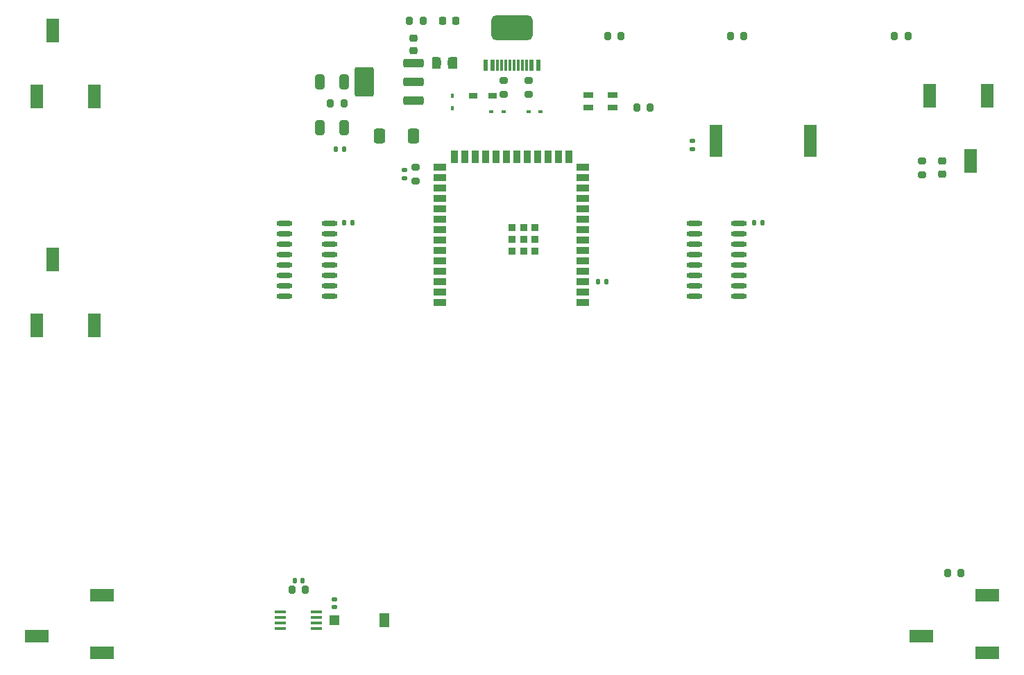
<source format=gbr>
%TF.GenerationSoftware,KiCad,Pcbnew,9.0.3*%
%TF.CreationDate,2025-08-06T15:24:12+02:00*%
%TF.ProjectId,Spikeling_v3.0,5370696b-656c-4696-9e67-5f76332e302e,rev?*%
%TF.SameCoordinates,Original*%
%TF.FileFunction,Paste,Top*%
%TF.FilePolarity,Positive*%
%FSLAX46Y46*%
G04 Gerber Fmt 4.6, Leading zero omitted, Abs format (unit mm)*
G04 Created by KiCad (PCBNEW 9.0.3) date 2025-08-06 15:24:12*
%MOMM*%
%LPD*%
G01*
G04 APERTURE LIST*
G04 Aperture macros list*
%AMRoundRect*
0 Rectangle with rounded corners*
0 $1 Rounding radius*
0 $2 $3 $4 $5 $6 $7 $8 $9 X,Y pos of 4 corners*
0 Add a 4 corners polygon primitive as box body*
4,1,4,$2,$3,$4,$5,$6,$7,$8,$9,$2,$3,0*
0 Add four circle primitives for the rounded corners*
1,1,$1+$1,$2,$3*
1,1,$1+$1,$4,$5*
1,1,$1+$1,$6,$7*
1,1,$1+$1,$8,$9*
0 Add four rect primitives between the rounded corners*
20,1,$1+$1,$2,$3,$4,$5,0*
20,1,$1+$1,$4,$5,$6,$7,0*
20,1,$1+$1,$6,$7,$8,$9,0*
20,1,$1+$1,$8,$9,$2,$3,0*%
G04 Aperture macros list end*
%ADD10C,0.000000*%
%ADD11RoundRect,0.225000X0.250000X-0.225000X0.250000X0.225000X-0.250000X0.225000X-0.250000X-0.225000X0*%
%ADD12O,1.971000X0.602000*%
%ADD13RoundRect,0.200000X-0.275000X0.200000X-0.275000X-0.200000X0.275000X-0.200000X0.275000X0.200000X0*%
%ADD14R,1.500000X3.000000*%
%ADD15R,0.900000X0.900000*%
%ADD16R,1.500000X0.900000*%
%ADD17R,0.900000X1.500000*%
%ADD18R,3.000000X1.500000*%
%ADD19RoundRect,0.200000X-0.200000X-0.275000X0.200000X-0.275000X0.200000X0.275000X-0.200000X0.275000X0*%
%ADD20RoundRect,0.200000X0.200000X0.275000X-0.200000X0.275000X-0.200000X-0.275000X0.200000X-0.275000X0*%
%ADD21RoundRect,0.250000X-1.000000X-0.300000X1.000000X-0.300000X1.000000X0.300000X-1.000000X0.300000X0*%
%ADD22RoundRect,0.250000X-0.920000X-1.550000X0.920000X-1.550000X0.920000X1.550000X-0.920000X1.550000X0*%
%ADD23R,1.300000X0.800000*%
%ADD24RoundRect,0.140000X-0.140000X-0.170000X0.140000X-0.170000X0.140000X0.170000X-0.140000X0.170000X0*%
%ADD25R,1.500000X4.000000*%
%ADD26RoundRect,0.200000X0.275000X-0.200000X0.275000X0.200000X-0.275000X0.200000X-0.275000X-0.200000X0*%
%ADD27O,1.450000X0.380000*%
%ADD28RoundRect,0.250000X-0.425000X-0.650000X0.425000X-0.650000X0.425000X0.650000X-0.425000X0.650000X0*%
%ADD29RoundRect,0.250000X0.325000X0.650000X-0.325000X0.650000X-0.325000X-0.650000X0.325000X-0.650000X0*%
%ADD30RoundRect,0.140000X0.140000X0.170000X-0.140000X0.170000X-0.140000X-0.170000X0.140000X-0.170000X0*%
%ADD31RoundRect,0.225000X-0.250000X0.225000X-0.250000X-0.225000X0.250000X-0.225000X0.250000X0.225000X0*%
%ADD32R,0.300000X1.400000*%
%ADD33R,0.500000X1.400000*%
%ADD34RoundRect,0.500000X2.000000X1.000000X-2.000000X1.000000X-2.000000X-1.000000X2.000000X-1.000000X0*%
%ADD35RoundRect,0.140000X-0.170000X0.140000X-0.170000X-0.140000X0.170000X-0.140000X0.170000X0.140000X0*%
%ADD36R,0.600000X0.400000*%
%ADD37R,1.199000X1.199000*%
%ADD38R,1.200000X1.800000*%
%ADD39RoundRect,0.140000X0.170000X-0.140000X0.170000X0.140000X-0.170000X0.140000X-0.170000X-0.140000X0*%
%ADD40R,0.400000X0.600000*%
%ADD41R,1.132500X1.377000*%
%ADD42R,1.000000X0.750000*%
%ADD43RoundRect,0.220000X0.220000X0.255000X-0.220000X0.255000X-0.220000X-0.255000X0.220000X-0.255000X0*%
G04 APERTURE END LIST*
D10*
%TO.C,L1*%
G36*
X151406000Y-55780000D02*
G01*
X151406000Y-56220500D01*
X151021000Y-56688500D01*
X150333500Y-56688500D01*
X150233500Y-56588500D01*
X150233500Y-55411500D01*
X150333500Y-55311500D01*
X151021000Y-55311500D01*
X151406000Y-55780000D01*
G37*
G36*
X153298500Y-55411500D02*
G01*
X153298500Y-56588500D01*
X153198500Y-56688500D01*
X152511000Y-56688500D01*
X152126000Y-56220500D01*
X152126000Y-55780000D01*
X152511000Y-55311500D01*
X153198500Y-55311500D01*
X153298500Y-55411500D01*
G37*
%TD*%
D11*
%TO.C,C2*%
X147975000Y-54555000D03*
X147975000Y-52995000D03*
%TD*%
D12*
%TO.C,U3*%
X132264500Y-75555000D03*
X132264500Y-76825000D03*
X132264500Y-78095000D03*
X132264500Y-79365000D03*
X132264500Y-80635000D03*
X132264500Y-81905000D03*
X132264500Y-83175000D03*
X132264500Y-84445000D03*
X137735500Y-84445000D03*
X137735500Y-83175000D03*
X137735500Y-81905000D03*
X137735500Y-80635000D03*
X137735500Y-79365000D03*
X137735500Y-78095000D03*
X137735500Y-76825000D03*
X137735500Y-75555000D03*
%TD*%
D13*
%TO.C,R9*%
X210025000Y-68005000D03*
X210025000Y-69645000D03*
%TD*%
D14*
%TO.C,J4*%
X102000000Y-88000000D03*
X104000000Y-80000000D03*
X109000000Y-88000000D03*
%TD*%
D15*
%TO.C,U1*%
X162825000Y-78940000D03*
X162825000Y-77540000D03*
X162825000Y-76140000D03*
X161425000Y-78940000D03*
X161425000Y-77540000D03*
X161425000Y-76140000D03*
X160025000Y-78940000D03*
X160025000Y-77540000D03*
X160025000Y-76140000D03*
D16*
X168675000Y-85260000D03*
X168675000Y-83990000D03*
X168675000Y-82720000D03*
X168675000Y-81450000D03*
X168675000Y-80180000D03*
X168675000Y-78910000D03*
X168675000Y-77640000D03*
X168675000Y-76370000D03*
X168675000Y-75100000D03*
X168675000Y-73830000D03*
X168675000Y-72560000D03*
X168675000Y-71290000D03*
X168675000Y-70020000D03*
X168675000Y-68750000D03*
D17*
X166910000Y-67500000D03*
X165640000Y-67500000D03*
X164370000Y-67500000D03*
X163100000Y-67500000D03*
X161830000Y-67500000D03*
X160560000Y-67500000D03*
X159290000Y-67500000D03*
X158020000Y-67500000D03*
X156750000Y-67500000D03*
X155480000Y-67500000D03*
X154210000Y-67500000D03*
X152940000Y-67500000D03*
D16*
X151175000Y-68750000D03*
X151175000Y-70020000D03*
X151175000Y-71290000D03*
X151175000Y-72560000D03*
X151175000Y-73830000D03*
X151175000Y-75100000D03*
X151175000Y-76370000D03*
X151175000Y-77640000D03*
X151175000Y-78910000D03*
X151175000Y-80180000D03*
X151175000Y-81450000D03*
X151175000Y-82720000D03*
X151175000Y-83990000D03*
X151175000Y-85260000D03*
%TD*%
D18*
%TO.C,J5*%
X218000000Y-128000000D03*
X210000000Y-126000000D03*
X218000000Y-121000000D03*
%TD*%
D19*
%TO.C,R7*%
X133155000Y-120325000D03*
X134795000Y-120325000D03*
%TD*%
D20*
%TO.C,R8*%
X214820000Y-118225000D03*
X213180000Y-118225000D03*
%TD*%
D21*
%TO.C,U2*%
X147970000Y-60600000D03*
X147970000Y-58300000D03*
X147970000Y-56000000D03*
D22*
X142000000Y-58300000D03*
%TD*%
D23*
%TO.C,D7*%
X169300000Y-61425000D03*
X169300000Y-59925000D03*
X172300000Y-59925000D03*
X172300000Y-61425000D03*
%TD*%
D24*
%TO.C,C5*%
X170525000Y-82720000D03*
X171525000Y-82720000D03*
%TD*%
D25*
%TO.C,B1*%
X184925000Y-65500000D03*
X196425000Y-65500000D03*
%TD*%
D19*
%TO.C,R12*%
X206680000Y-52750000D03*
X208320000Y-52750000D03*
%TD*%
D26*
%TO.C,R5*%
X148200000Y-70395000D03*
X148200000Y-68755000D03*
%TD*%
D27*
%TO.C,U5*%
X131750000Y-123050000D03*
X131750000Y-123700000D03*
X131750000Y-124350000D03*
X131750000Y-125000000D03*
X136150000Y-125000000D03*
X136150000Y-124350000D03*
X136150000Y-123700000D03*
X136150000Y-123050000D03*
%TD*%
D28*
%TO.C,SW1*%
X143850000Y-64925000D03*
X148000000Y-64925000D03*
%TD*%
D29*
%TO.C,C1*%
X139480000Y-58300000D03*
X136520000Y-58300000D03*
%TD*%
D24*
%TO.C,C7*%
X139500000Y-75550000D03*
X140500000Y-75550000D03*
%TD*%
D30*
%TO.C,C8*%
X190550000Y-75550000D03*
X189550000Y-75550000D03*
%TD*%
D19*
%TO.C,R3*%
X147505000Y-50850000D03*
X149145000Y-50850000D03*
%TD*%
D14*
%TO.C,J6*%
X218000000Y-60000000D03*
X216000000Y-68000000D03*
X211000000Y-60000000D03*
%TD*%
%TO.C,J3*%
X102000000Y-60100000D03*
X104000000Y-52100000D03*
X109000000Y-60100000D03*
%TD*%
D31*
%TO.C,C11*%
X212500000Y-68000000D03*
X212500000Y-69560000D03*
%TD*%
D32*
%TO.C,J1*%
X161250000Y-56250000D03*
X160250000Y-56250000D03*
X159750000Y-56250000D03*
X158750000Y-56250000D03*
D33*
X157600000Y-56250000D03*
X156800000Y-56250000D03*
D32*
X158250000Y-56250000D03*
X159250000Y-56250000D03*
X160750000Y-56250000D03*
X161750000Y-56250000D03*
D33*
X162400000Y-56250000D03*
X163200000Y-56250000D03*
D34*
X160000000Y-51750000D03*
%TD*%
D30*
%TO.C,C10*%
X134475000Y-119175000D03*
X133475000Y-119175000D03*
%TD*%
D35*
%TO.C,C9*%
X138300000Y-121450000D03*
X138300000Y-122450000D03*
%TD*%
D36*
%TO.C,D2*%
X159000000Y-62000000D03*
X157500000Y-62000000D03*
%TD*%
D19*
%TO.C,R11*%
X186680000Y-52750000D03*
X188320000Y-52750000D03*
%TD*%
D37*
%TO.C,D6*%
X138300000Y-124025000D03*
D38*
X144400000Y-124025000D03*
%TD*%
D20*
%TO.C,R4*%
X173320000Y-52750000D03*
X171680000Y-52750000D03*
%TD*%
D39*
%TO.C,C12*%
X182000000Y-66500000D03*
X182000000Y-65500000D03*
%TD*%
D40*
%TO.C,D4*%
X152725000Y-60000000D03*
X152725000Y-61500000D03*
%TD*%
D29*
%TO.C,C3*%
X139480000Y-63950000D03*
X136520000Y-63950000D03*
%TD*%
D41*
%TO.C,L1*%
X152732000Y-56000000D03*
X150800000Y-56000000D03*
%TD*%
D12*
%TO.C,U4*%
X182264500Y-75555000D03*
X182264500Y-76825000D03*
X182264500Y-78095000D03*
X182264500Y-79365000D03*
X182264500Y-80635000D03*
X182264500Y-81905000D03*
X182264500Y-83175000D03*
X182264500Y-84445000D03*
X187735500Y-84445000D03*
X187735500Y-83175000D03*
X187735500Y-81905000D03*
X187735500Y-80635000D03*
X187735500Y-79365000D03*
X187735500Y-78095000D03*
X187735500Y-76825000D03*
X187735500Y-75555000D03*
%TD*%
D19*
%TO.C,R10*%
X175255000Y-61425000D03*
X176895000Y-61425000D03*
%TD*%
%TO.C,R6*%
X137840000Y-60950000D03*
X139480000Y-60950000D03*
%TD*%
D42*
%TO.C,D1*%
X155252500Y-60000000D03*
X157597500Y-60000000D03*
%TD*%
D36*
%TO.C,D3*%
X162000000Y-62000000D03*
X163500000Y-62000000D03*
%TD*%
D39*
%TO.C,C6*%
X146850000Y-70075000D03*
X146850000Y-69075000D03*
%TD*%
D13*
%TO.C,R2*%
X159000000Y-58180000D03*
X159000000Y-59820000D03*
%TD*%
D18*
%TO.C,J2*%
X110000000Y-128000000D03*
X102000000Y-126000000D03*
X110000000Y-121000000D03*
%TD*%
D30*
%TO.C,C4*%
X139500000Y-66550000D03*
X138500000Y-66550000D03*
%TD*%
D13*
%TO.C,R1*%
X162000000Y-58180000D03*
X162000000Y-59820000D03*
%TD*%
D43*
%TO.C,D5*%
X153115000Y-50850000D03*
X151535000Y-50850000D03*
%TD*%
M02*

</source>
